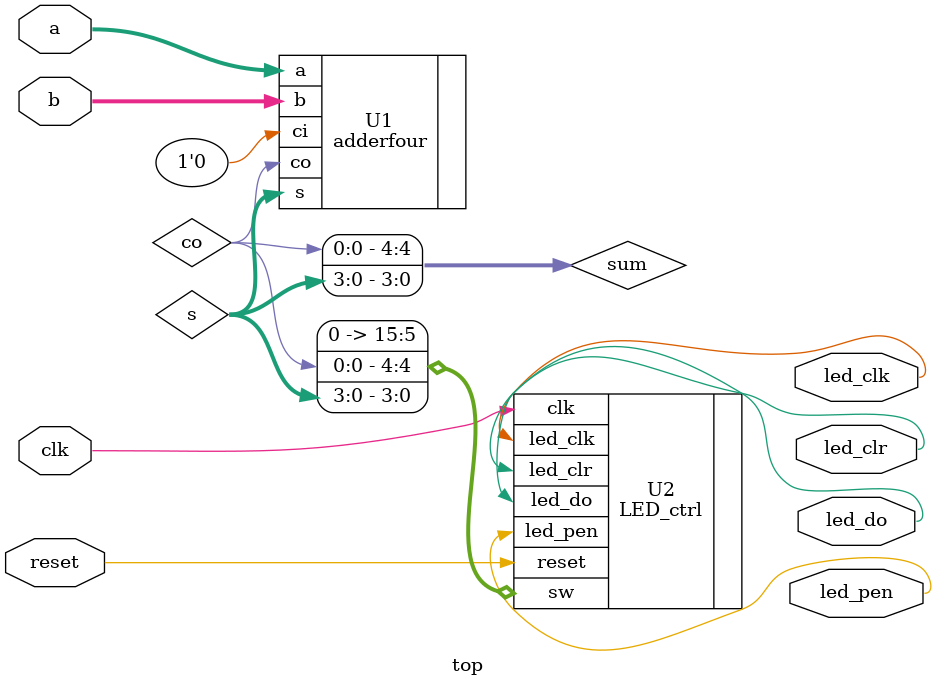
<source format=v>
`timescale 1ns / 1ps
module top(
input [3:0] a,
input [3:0] b,
input clk,
input reset,
output led_clk,
output led_do,
output led_clr,
output led_pen
    );
wire[3:0]s;
wire co;
wire[4:0]sum;
assign sum={co,s};
adderfour U1(
  .a(a),
  .b(b),
  .ci(1'b0),
  .s(s),
  .co(co)
);
LED_ctrl U2(
   .sw({11'b0,sum}),
	.clk(clk),
	.reset(reset),
	.led_do(led_do),
	.led_pen(led_pen),
	.led_clk(led_clk),
	.led_clr(led_clr)
);



endmodule

</source>
